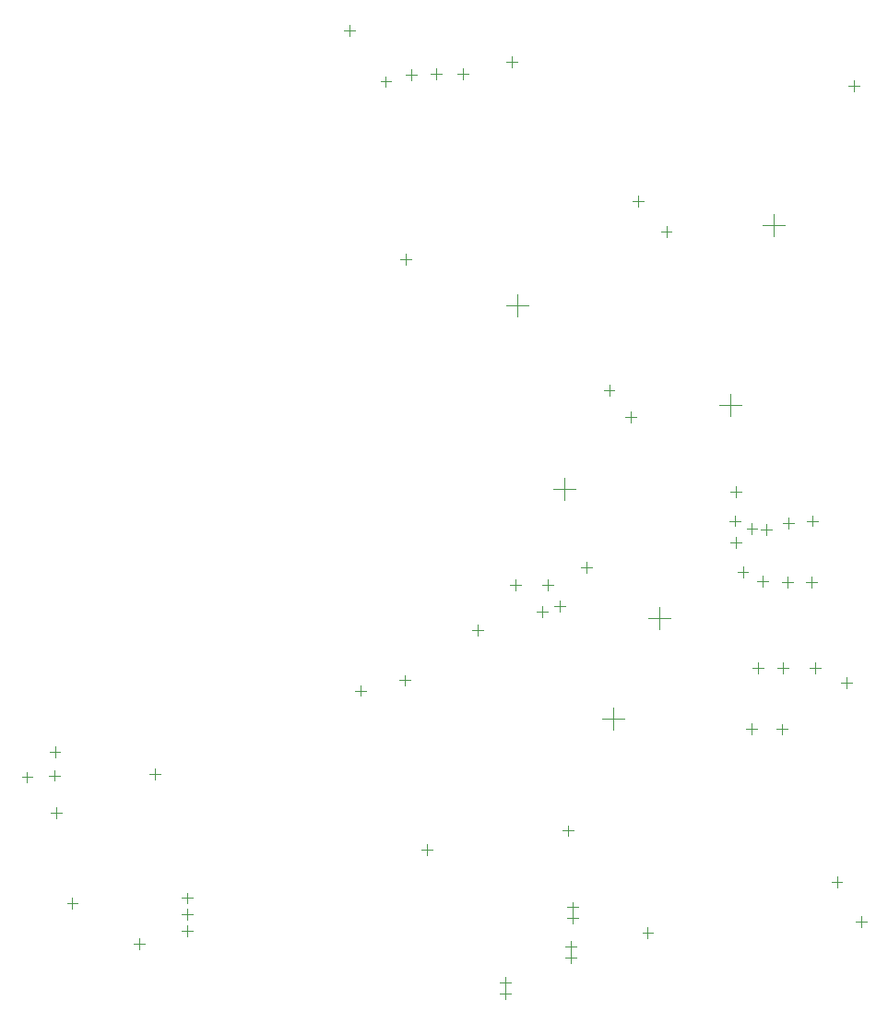
<source format=gbr>
G04*
G04 #@! TF.GenerationSoftware,Altium Limited,Altium Designer,24.2.2 (26)*
G04*
G04 Layer_Color=32768*
%FSLAX25Y25*%
%MOIN*%
G70*
G04*
G04 #@! TF.SameCoordinates,83FD6BF8-7FB9-4712-9294-79CC625926FD*
G04*
G04*
G04 #@! TF.FilePolarity,Positive*
G04*
G01*
G75*
%ADD185C,0.00394*%
D185*
X214265Y-315881D02*
X218202D01*
X216234Y-317850D02*
Y-313913D01*
X234471Y-238457D02*
Y-234520D01*
X232502Y-236488D02*
X236439D01*
X344442Y-274357D02*
Y-270420D01*
X342474Y-272389D02*
X346411D01*
X346903Y-200008D02*
Y-196071D01*
X344934Y-198040D02*
X348871D01*
X331738Y-199889D02*
X335675D01*
X333707Y-201857D02*
Y-197920D01*
X327848Y-206861D02*
Y-202924D01*
X325880Y-204892D02*
X329817D01*
X335517Y-218991D02*
X339454D01*
X337485Y-220960D02*
Y-217023D01*
X336941Y-200364D02*
X340878D01*
X338910Y-202333D02*
Y-198396D01*
X335879Y-252140D02*
Y-248203D01*
X333911Y-250171D02*
X337848D01*
X344934Y-252184D02*
Y-248247D01*
X342966Y-250215D02*
X346903D01*
X354596D02*
X358533D01*
X356565Y-252184D02*
Y-248247D01*
X365801Y-255548D02*
X369738D01*
X367769Y-257516D02*
Y-253579D01*
X353320Y-219108D02*
X357257D01*
X355288Y-221076D02*
Y-217139D01*
X333469Y-274098D02*
Y-270162D01*
X331500Y-272130D02*
X335437D01*
X330426Y-217593D02*
Y-213656D01*
X328458Y-215624D02*
X332395D01*
X355581Y-199062D02*
Y-195125D01*
X353612Y-197094D02*
X357549D01*
X325585Y-197094D02*
X329522D01*
X327553Y-199062D02*
Y-195125D01*
X327848Y-188649D02*
Y-184713D01*
X325880Y-186681D02*
X329817D01*
X344503Y-219108D02*
X348440D01*
X346472Y-221076D02*
Y-217139D01*
X325759Y-159276D02*
Y-151240D01*
X321741Y-155258D02*
X329777D01*
X289987Y-161460D02*
Y-157523D01*
X288018Y-159492D02*
X291955D01*
X290543Y-81662D02*
X294479D01*
X292511Y-83630D02*
Y-79693D01*
X302756Y-94572D02*
Y-90635D01*
X300788Y-92604D02*
X304725D01*
X208489Y-104592D02*
Y-100655D01*
X206520Y-102623D02*
X210457D01*
X282091Y-152007D02*
Y-148070D01*
X280122Y-150039D02*
X284060D01*
X272047Y-213779D02*
X275984D01*
X274016Y-215748D02*
Y-211811D01*
X257780Y-231936D02*
Y-227999D01*
X255812Y-229967D02*
X259749D01*
X262260Y-227858D02*
X266197D01*
X264228Y-229826D02*
Y-225889D01*
X259993Y-222257D02*
Y-218320D01*
X258025Y-220289D02*
X261962D01*
X208312Y-256680D02*
Y-252743D01*
X206343Y-254711D02*
X210280D01*
X190164Y-258437D02*
X194101D01*
X192132Y-260405D02*
Y-256469D01*
X265800Y-189627D02*
Y-181590D01*
X261782Y-185609D02*
X269818D01*
X283671Y-272560D02*
Y-264524D01*
X279653Y-268542D02*
X287689D01*
X300298Y-236125D02*
Y-228088D01*
X296280Y-232106D02*
X304316D01*
X341581Y-94250D02*
Y-86214D01*
X337563Y-90232D02*
X345600D01*
X248838Y-123251D02*
Y-115215D01*
X244820Y-119233D02*
X252856D01*
X188172Y-21903D02*
Y-17966D01*
X186204Y-19934D02*
X190141D01*
X248320Y-222257D02*
Y-218320D01*
X246352Y-220289D02*
X250289D01*
X127716Y-345359D02*
X131653D01*
X129684Y-347328D02*
Y-343391D01*
X127716Y-339307D02*
X131653D01*
X129684Y-341275D02*
Y-337338D01*
X127716Y-333394D02*
X131653D01*
X129684Y-335362D02*
Y-331425D01*
X79724Y-289101D02*
X83661D01*
X81692Y-291069D02*
Y-287132D01*
X71713Y-291681D02*
Y-287744D01*
X69744Y-289712D02*
X73681D01*
X79768Y-280507D02*
X83705D01*
X81737Y-282476D02*
Y-278539D01*
X117853Y-290421D02*
Y-286484D01*
X115885Y-288452D02*
X119822D01*
X112334Y-351828D02*
Y-347891D01*
X110365Y-349860D02*
X114302D01*
X86094Y-335177D02*
X90031D01*
X88062Y-337146D02*
Y-333209D01*
X80319Y-302507D02*
X84256D01*
X82288Y-304476D02*
Y-300539D01*
X373228Y-343760D02*
Y-339823D01*
X371260Y-341791D02*
X375197D01*
X364405Y-329638D02*
Y-325701D01*
X362436Y-327669D02*
X366373D01*
X265295Y-309061D02*
X269232D01*
X267264Y-311029D02*
Y-307092D01*
X368706Y-40011D02*
X372643D01*
X370675Y-41980D02*
Y-38043D01*
X242705Y-367930D02*
X246642D01*
X244673Y-369899D02*
Y-365962D01*
X242705Y-364039D02*
X246642D01*
X244673Y-366007D02*
Y-362070D01*
X296047Y-347986D02*
Y-344049D01*
X294079Y-346018D02*
X298016D01*
X268934Y-338695D02*
Y-334758D01*
X266966Y-336726D02*
X270903D01*
X268934Y-342516D02*
Y-338579D01*
X266966Y-340548D02*
X270903D01*
X268162Y-352907D02*
Y-348970D01*
X266194Y-350939D02*
X270131D01*
X268162Y-356885D02*
Y-352948D01*
X266194Y-354916D02*
X270131D01*
X210560Y-38001D02*
Y-34064D01*
X208591Y-36032D02*
X212528D01*
X217551Y-35639D02*
X221488D01*
X219519Y-37607D02*
Y-33670D01*
X199416Y-38380D02*
X203353D01*
X201384Y-40349D02*
Y-36412D01*
X244870Y-31108D02*
X248807D01*
X246838Y-33076D02*
Y-29139D01*
X227240Y-35639D02*
X231177D01*
X229208Y-37607D02*
Y-33670D01*
M02*

</source>
